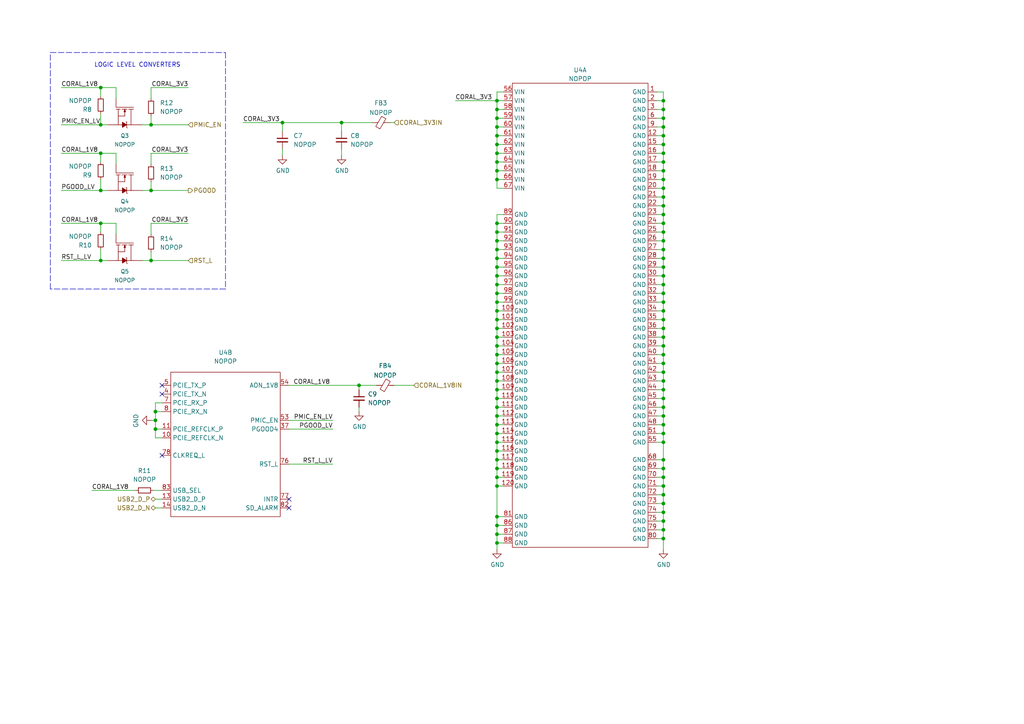
<source format=kicad_sch>
(kicad_sch (version 20211123) (generator eeschema)
  (paper "A4")
  (lib_symbols
    (symbol "Coral_Accelerator_Module_1"
      (property "Reference" "U1" (at -0.635 69.85 0))
      (property "Value" "Coral_Accelerator_Module_1" (at -0.635 67.31 0))
      (symbol "Coral_Accelerator_Module_1_1_1"
        (rectangle (start -20.32 66.04) (end 19.05 -68.58) (stroke (width 0.1524)))
        (pin power_in line (at 21.59 63.5 180) (length 2.54) (name "GND") (number "1"))
        (pin power_in line (at -22.86 0 0) (length 2.54) (name "GND") (number "100"))
        (pin power_in line (at -22.86 -2.54 0) (length 2.54) (name "GND") (number "101"))
        (pin power_in line (at -22.86 -5.08 0) (length 2.54) (name "GND") (number "102"))
        (pin power_in line (at -22.86 -7.62 0) (length 2.54) (name "GND") (number "103"))
        (pin power_in line (at -22.86 -10.16 0) (length 2.54) (name "GND") (number "104"))
        (pin power_in line (at -22.86 -12.7 0) (length 2.54) (name "GND") (number "105"))
        (pin power_in line (at -22.86 -15.24 0) (length 2.54) (name "GND") (number "106"))
        (pin power_in line (at -22.86 -17.78 0) (length 2.54) (name "GND") (number "107"))
        (pin power_in line (at -22.86 -20.32 0) (length 2.54) (name "GND") (number "108"))
        (pin power_in line (at -22.86 -22.86 0) (length 2.54) (name "GND") (number "109"))
        (pin power_in line (at -22.86 -25.4 0) (length 2.54) (name "GND") (number "110"))
        (pin power_in line (at -22.86 -27.94 0) (length 2.54) (name "GND") (number "111"))
        (pin power_in line (at -22.86 -30.48 0) (length 2.54) (name "GND") (number "112"))
        (pin power_in line (at -22.86 -33.02 0) (length 2.54) (name "GND") (number "113"))
        (pin power_in line (at -22.86 -35.56 0) (length 2.54) (name "GND") (number "114"))
        (pin power_in line (at -22.86 -38.1 0) (length 2.54) (name "GND") (number "115"))
        (pin power_in line (at -22.86 -40.64 0) (length 2.54) (name "GND") (number "116"))
        (pin power_in line (at -22.86 -43.18 0) (length 2.54) (name "GND") (number "117"))
        (pin power_in line (at -22.86 -45.72 0) (length 2.54) (name "GND") (number "118"))
        (pin power_in line (at -22.86 -48.26 0) (length 2.54) (name "GND") (number "119"))
        (pin power_in line (at 21.59 50.8 180) (length 2.54) (name "GND") (number "12"))
        (pin power_in line (at -22.86 -50.8 0) (length 2.54) (name "GND") (number "120"))
        (pin power_in line (at 21.59 48.26 180) (length 2.54) (name "GND") (number "15"))
        (pin power_in line (at 21.59 45.72 180) (length 2.54) (name "GND") (number "16"))
        (pin power_in line (at 21.59 43.18 180) (length 2.54) (name "GND") (number "17"))
        (pin power_in line (at 21.59 40.64 180) (length 2.54) (name "GND") (number "18"))
        (pin power_in line (at 21.59 38.1 180) (length 2.54) (name "GND") (number "19"))
        (pin power_in line (at 21.59 60.96 180) (length 2.54) (name "GND") (number "2"))
        (pin power_in line (at 21.59 35.56 180) (length 2.54) (name "GND") (number "20"))
        (pin power_in line (at 21.59 33.02 180) (length 2.54) (name "GND") (number "21"))
        (pin power_in line (at 21.59 30.48 180) (length 2.54) (name "GND") (number "22"))
        (pin power_in line (at 21.59 27.94 180) (length 2.54) (name "GND") (number "23"))
        (pin power_in line (at 21.59 25.4 180) (length 2.54) (name "GND") (number "24"))
        (pin power_in line (at 21.59 22.86 180) (length 2.54) (name "GND") (number "25"))
        (pin power_in line (at 21.59 20.32 180) (length 2.54) (name "GND") (number "26"))
        (pin power_in line (at 21.59 17.78 180) (length 2.54) (name "GND") (number "27"))
        (pin power_in line (at 21.59 15.24 180) (length 2.54) (name "GND") (number "28"))
        (pin power_in line (at 21.59 12.7 180) (length 2.54) (name "GND") (number "29"))
        (pin power_in line (at 21.59 58.42 180) (length 2.54) (name "GND") (number "3"))
        (pin power_in line (at 21.59 10.16 180) (length 2.54) (name "GND") (number "30"))
        (pin power_in line (at 21.59 7.62 180) (length 2.54) (name "GND") (number "31"))
        (pin power_in line (at 21.59 5.08 180) (length 2.54) (name "GND") (number "32"))
        (pin power_in line (at 21.59 2.54 180) (length 2.54) (name "GND") (number "33"))
        (pin power_in line (at 21.59 0 180) (length 2.54) (name "GND") (number "34"))
        (pin power_in line (at 21.59 -2.54 180) (length 2.54) (name "GND") (number "35"))
        (pin power_in line (at 21.59 -5.08 180) (length 2.54) (name "GND") (number "36"))
        (pin power_in line (at 21.59 -7.62 180) (length 2.54) (name "GND") (number "38"))
        (pin power_in line (at 21.59 -10.16 180) (length 2.54) (name "GND") (number "39"))
        (pin power_in line (at 21.59 -12.7 180) (length 2.54) (name "GND") (number "40"))
        (pin power_in line (at 21.59 -15.24 180) (length 2.54) (name "GND") (number "41"))
        (pin power_in line (at 21.59 -17.78 180) (length 2.54) (name "GND") (number "42"))
        (pin power_in line (at 21.59 -20.32 180) (length 2.54) (name "GND") (number "43"))
        (pin power_in line (at 21.59 -22.86 180) (length 2.54) (name "GND") (number "44"))
        (pin power_in line (at 21.59 -25.4 180) (length 2.54) (name "GND") (number "45"))
        (pin power_in line (at 21.59 -27.94 180) (length 2.54) (name "GND") (number "46"))
        (pin power_in line (at 21.59 -30.48 180) (length 2.54) (name "GND") (number "47"))
        (pin power_in line (at 21.59 -33.02 180) (length 2.54) (name "GND") (number "48"))
        (pin power_in line (at 21.59 -35.56 180) (length 2.54) (name "GND") (number "51"))
        (pin power_in line (at 21.59 -38.1 180) (length 2.54) (name "GND") (number "55"))
        (pin power_in line (at -22.86 63.5 0) (length 2.54) (name "VIN") (number "56"))
        (pin power_in line (at -22.86 60.96 0) (length 2.54) (name "VIN") (number "57"))
        (pin power_in line (at -22.86 58.42 0) (length 2.54) (name "VIN") (number "58"))
        (pin power_in line (at -22.86 55.88 0) (length 2.54) (name "VIN") (number "59"))
        (pin power_in line (at 21.59 55.88 180) (length 2.54) (name "GND") (number "6"))
        (pin power_in line (at -22.86 53.34 0) (length 2.54) (name "VIN") (number "60"))
        (pin power_in line (at -22.86 50.8 0) (length 2.54) (name "VIN") (number "61"))
        (pin power_in line (at -22.86 48.26 0) (length 2.54) (name "VIN") (number "62"))
        (pin power_in line (at -22.86 45.72 0) (length 2.54) (name "VIN") (number "63"))
        (pin power_in line (at -22.86 43.18 0) (length 2.54) (name "VIN") (number "64"))
        (pin power_in line (at -22.86 40.64 0) (length 2.54) (name "VIN") (number "65"))
        (pin power_in line (at -22.86 38.1 0) (length 2.54) (name "VIN") (number "66"))
        (pin power_in line (at -22.86 35.56 0) (length 2.54) (name "VIN") (number "67"))
        (pin power_in line (at 21.59 -43.18 180) (length 2.54) (name "GND") (number "68"))
        (pin power_in line (at 21.59 -45.72 180) (length 2.54) (name "GND") (number "69"))
        (pin power_in line (at 21.59 -48.26 180) (length 2.54) (name "GND") (number "70"))
        (pin power_in line (at 21.59 -50.8 180) (length 2.54) (name "GND") (number "71"))
        (pin power_in line (at 21.59 -53.34 180) (length 2.54) (name "GND") (number "72"))
        (pin power_in line (at 21.59 -55.88 180) (length 2.54) (name "GND") (number "73"))
        (pin power_in line (at 21.59 -58.42 180) (length 2.54) (name "GND") (number "74"))
        (pin power_in line (at 21.59 -60.96 180) (length 2.54) (name "GND") (number "75"))
        (pin power_in line (at 21.59 -63.5 180) (length 2.54) (name "GND") (number "79"))
        (pin power_in line (at 21.59 -66.04 180) (length 2.54) (name "GND") (number "80"))
        (pin power_in line (at -22.86 -59.69 0) (length 2.54) (name "GND") (number "81"))
        (pin power_in line (at -22.86 -62.23 0) (length 2.54) (name "GND") (number "86"))
        (pin power_in line (at -22.86 -64.77 0) (length 2.54) (name "GND") (number "87"))
        (pin power_in line (at -22.86 -67.31 0) (length 2.54) (name "GND") (number "88"))
        (pin power_in line (at -22.86 27.94 0) (length 2.54) (name "GND") (number "89"))
        (pin power_in line (at 21.59 53.34 180) (length 2.54) (name "GND") (number "9"))
        (pin power_in line (at -22.86 25.4 0) (length 2.54) (name "GND") (number "90"))
        (pin power_in line (at -22.86 22.86 0) (length 2.54) (name "GND") (number "91"))
        (pin power_in line (at -22.86 20.32 0) (length 2.54) (name "GND") (number "92"))
        (pin power_in line (at -22.86 17.78 0) (length 2.54) (name "GND") (number "93"))
        (pin power_in line (at -22.86 15.24 0) (length 2.54) (name "GND") (number "94"))
        (pin power_in line (at -22.86 12.7 0) (length 2.54) (name "GND") (number "95"))
        (pin power_in line (at -22.86 10.16 0) (length 2.54) (name "GND") (number "96"))
        (pin power_in line (at -22.86 7.62 0) (length 2.54) (name "GND") (number "97"))
        (pin power_in line (at -22.86 5.08 0) (length 2.54) (name "GND") (number "98"))
        (pin power_in line (at -22.86 2.54 0) (length 2.54) (name "GND") (number "99"))
      )
      (symbol "Coral_Accelerator_Module_1_2_1"
        (rectangle (start -16.51 21.59) (end 15.24 -20.32) (stroke (width 0.1524)))
        (pin input line (at -19.05 2.54 0) (length 2.54) (name "PCIE_REFCLK_N") (number "10"))
        (pin input line (at -19.05 5.08 0) (length 2.54) (name "PCIE_REFCLK_P") (number "11"))
        (pin bidirectional line (at -19.05 -15.24 0) (length 2.54) (name "USB2_D_P") (number "13"))
        (pin bidirectional line (at -19.05 -17.78 0) (length 2.54) (name "USB2_D_N") (number "14"))
        (pin output line (at 17.78 5.08 180) (length 2.54) (name "PGOOD4") (number "37"))
        (pin output line (at -19.05 15.24 0) (length 2.54) (name "PCIE_TX_N") (number "4"))
        (pin output line (at -19.05 17.78 0) (length 2.54) (name "PCIE_TX_P") (number "5"))
        (pin input line (at 17.78 7.62 180) (length 2.54) (name "PMIC_EN") (number "53"))
        (pin power_in line (at 17.78 17.78 180) (length 2.54) (name "AON_1V8") (number "54"))
        (pin input line (at -19.05 12.7 0) (length 2.54) (name "PCIE_RX_P") (number "7"))
        (pin input line (at 17.78 -5.08 180) (length 2.54) (name "RST_L") (number "76"))
        (pin output line (at 17.78 -15.24 180) (length 2.54) (name "INTR") (number "77"))
        (pin input line (at -19.05 -2.54 0) (length 2.54) (name "CLKREQ_L") (number "78"))
        (pin input line (at -19.05 10.16 0) (length 2.54) (name "PCIE_RX_N") (number "8"))
        (pin output line (at 17.78 -17.78 180) (length 2.54) (name "SD_ALARM") (number "82"))
        (pin input line (at -19.05 -12.7 0) (length 2.54) (name "USB_SEL") (number "83"))
      )
    )
    (symbol "Device:FerriteBead_Small" (pin_numbers hide) (pin_names (offset 0))
      (property "Reference" "FB" (at 1.905 1.27 0))
      (property "Value" "FerriteBead_Small" (at 1.905 -1.27 0))
      (symbol "FerriteBead_Small_0_1"
        (polyline (pts (xy 0 -1.27) (xy 0 -0.7874)))
        (polyline (pts (xy 0 0.889) (xy 0 1.2954)))
        (polyline (pts (xy -1.8288 0.2794) (xy -1.1176 1.4986) (xy 1.8288 -0.2032) (xy 1.1176 -1.4224) (xy -1.8288 0.2794)))
      )
      (symbol "FerriteBead_Small_1_1"
        (pin passive line (at 0 2.54 270) (length 1.27) (name "~") (number "1"))
        (pin passive line (at 0 -2.54 90) (length 1.27) (name "~") (number "2"))
      )
    )
    (symbol "Device:R_Small" (pin_numbers hide) (pin_names (offset 0.254) hide)
      (property "Reference" "R" (at 0.762 0.508 0))
      (property "Value" "R_Small" (at 0.762 -1.016 0))
      (symbol "R_Small_0_1"
        (rectangle (start -0.762 1.778) (end 0.762 -1.778) (stroke (width 0.2032)))
      )
      (symbol "R_Small_1_1"
        (pin passive line (at 0 2.54 270) (length 0.762) (name "~") (number "1"))
        (pin passive line (at 0 -2.54 90) (length 0.762) (name "~") (number "2"))
      )
    )
    (symbol "GoogleCoral:Coral_Accelerator_Module"
      (property "Reference" "U" (at 0 -5.08 0))
      (property "Value" "Coral_Accelerator_Module" (at 0 -7.62 0))
      (symbol "Coral_Accelerator_Module_1_1"
        (rectangle (start -20.32 64.77) (end 19.05 -69.85) (stroke (width 0.1524)))
        (pin power_in line (at 21.59 63.5 180) (length 2.54) (name "GND") (number "1"))
        (pin power_in line (at -22.86 0 0) (length 2.54) (name "GND") (number "100"))
        (pin power_in line (at -22.86 -2.54 0) (length 2.54) (name "GND") (number "101"))
        (pin power_in line (at -22.86 -5.08 0) (length 2.54) (name "GND") (number "102"))
        (pin power_in line (at -22.86 -7.62 0) (length 2.54) (name "GND") (number "103"))
        (pin power_in line (at -22.86 -10.16 0) (length 2.54) (name "GND") (number "104"))
        (pin power_in line (at -22.86 -12.7 0) (length 2.54) (name "GND") (number "105"))
        (pin power_in line (at -22.86 -15.24 0) (length 2.54) (name "GND") (number "106"))
        (pin power_in line (at -22.86 -17.78 0) (length 2.54) (name "GND") (number "107"))
        (pin power_in line (at -22.86 -20.32 0) (length 2.54) (name "GND") (number "108"))
        (pin power_in line (at -22.86 -22.86 0) (length 2.54) (name "GND") (number "109"))
        (pin power_in line (at -22.86 -25.4 0) (length 2.54) (name "GND") (number "110"))
        (pin power_in line (at -22.86 -27.94 0) (length 2.54) (name "GND") (number "111"))
        (pin power_in line (at -22.86 -30.48 0) (length 2.54) (name "GND") (number "112"))
        (pin power_in line (at -22.86 -33.02 0) (length 2.54) (name "GND") (number "113"))
        (pin power_in line (at -22.86 -35.56 0) (length 2.54) (name "GND") (number "114"))
        (pin power_in line (at -22.86 -38.1 0) (length 2.54) (name "GND") (number "115"))
        (pin power_in line (at -22.86 -40.64 0) (length 2.54) (name "GND") (number "116"))
        (pin power_in line (at -22.86 -43.18 0) (length 2.54) (name "GND") (number "117"))
        (pin power_in line (at -22.86 -45.72 0) (length 2.54) (name "GND") (number "118"))
        (pin power_in line (at -22.86 -48.26 0) (length 2.54) (name "GND") (number "119"))
        (pin power_in line (at 21.59 50.8 180) (length 2.54) (name "GND") (number "12"))
        (pin power_in line (at -22.86 -50.8 0) (length 2.54) (name "GND") (number "120"))
        (pin power_in line (at 21.59 48.26 180) (length 2.54) (name "GND") (number "15"))
        (pin power_in line (at 21.59 45.72 180) (length 2.54) (name "GND") (number "16"))
        (pin power_in line (at 21.59 43.18 180) (length 2.54) (name "GND") (number "17"))
        (pin power_in line (at 21.59 40.64 180) (length 2.54) (name "GND") (number "18"))
        (pin power_in line (at 21.59 38.1 180) (length 2.54) (name "GND") (number "19"))
        (pin power_in line (at 21.59 60.96 180) (length 2.54) (name "GND") (number "2"))
        (pin power_in line (at 21.59 35.56 180) (length 2.54) (name "GND") (number "20"))
        (pin power_in line (at 21.59 33.02 180) (length 2.54) (name "GND") (number "21"))
        (pin power_in line (at 21.59 30.48 180) (length 2.54) (name "GND") (number "22"))
        (pin power_in line (at 21.59 27.94 180) (length 2.54) (name "GND") (number "23"))
        (pin power_in line (at 21.59 25.4 180) (length 2.54) (name "GND") (number "24"))
        (pin power_in line (at 21.59 22.86 180) (length 2.54) (name "GND") (number "25"))
        (pin power_in line (at 21.59 20.32 180) (length 2.54) (name "GND") (number "26"))
        (pin power_in line (at 21.59 17.78 180) (length 2.54) (name "GND") (number "27"))
        (pin power_in line (at 21.59 15.24 180) (length 2.54) (name "GND") (number "28"))
        (pin power_in line (at 21.59 12.7 180) (length 2.54) (name "GND") (number "29"))
        (pin power_in line (at 21.59 58.42 180) (length 2.54) (name "GND") (number "3"))
        (pin power_in line (at 21.59 10.16 180) (length 2.54) (name "GND") (number "30"))
        (pin power_in line (at 21.59 7.62 180) (length 2.54) (name "GND") (number "31"))
        (pin power_in line (at 21.59 5.08 180) (length 2.54) (name "GND") (number "32"))
        (pin power_in line (at 21.59 2.54 180) (length 2.54) (name "GND") (number "33"))
        (pin power_in line (at 21.59 0 180) (length 2.54) (name "GND") (number "34"))
        (pin power_in line (at 21.59 -2.54 180) (length 2.54) (name "GND") (number "35"))
        (pin power_in line (at 21.59 -5.08 180) (length 2.54) (name "GND") (number "36"))
        (pin power_in line (at 21.59 -7.62 180) (length 2.54) (name "GND") (number "38"))
        (pin power_in line (at 21.59 -10.16 180) (length 2.54) (name "GND") (number "39"))
        (pin power_in line (at 21.59 -12.7 180) (length 2.54) (name "GND") (number "40"))
        (pin power_in line (at 21.59 -15.24 180) (length 2.54) (name "GND") (number "41"))
        (pin power_in line (at 21.59 -17.78 180) (length 2.54) (name "GND") (number "42"))
        (pin power_in line (at 21.59 -20.32 180) (length 2.54) (name "GND") (number "43"))
        (pin power_in line (at 21.59 -22.86 180) (length 2.54) (name "GND") (number "44"))
        (pin power_in line (at 21.59 -25.4 180) (length 2.54) (name "GND") (number "45"))
        (pin power_in line (at 21.59 -27.94 180) (length 2.54) (name "GND") (number "46"))
        (pin power_in line (at 21.59 -30.48 180) (length 2.54) (name "GND") (number "47"))
        (pin power_in line (at 21.59 -33.02 180) (length 2.54) (name "GND") (number "48"))
        (pin power_in line (at 21.59 -35.56 180) (length 2.54) (name "GND") (number "51"))
        (pin power_in line (at 21.59 -38.1 180) (length 2.54) (name "GND") (number "55"))
        (pin power_in line (at -22.86 60.96 0) (length 2.54) (name "VIN") (number "57"))
        (pin power_in line (at -22.86 58.42 0) (length 2.54) (name "VIN") (number "58"))
        (pin power_in line (at -22.86 55.88 0) (length 2.54) (name "VIN") (number "59"))
        (pin power_in line (at 21.59 55.88 180) (length 2.54) (name "GND") (number "6"))
        (pin power_in line (at -22.86 53.34 0) (length 2.54) (name "VIN") (number "60"))
        (pin power_in line (at -22.86 50.8 0) (length 2.54) (name "VIN") (number "61"))
        (pin power_in line (at -22.86 48.26 0) (length 2.54) (name "VIN") (number "62"))
        (pin power_in line (at -22.86 45.72 0) (length 2.54) (name "VIN") (number "63"))
        (pin power_in line (at -22.86 43.18 0) (length 2.54) (name "VIN") (number "64"))
        (pin power_in line (at -22.86 40.64 0) (length 2.54) (name "VIN") (number "65"))
        (pin power_in line (at -22.86 38.1 0) (length 2.54) (name "VIN") (number "66"))
        (pin power_in line (at -22.86 35.56 0) (length 2.54) (name "VIN") (number "67"))
        (pin power_in line (at 21.59 -43.18 180) (length 2.54) (name "GND") (number "68"))
        (pin power_in line (at 21.59 -45.72 180) (length 2.54) (name "GND") (number "69"))
        (pin power_in line (at 21.59 -48.26 180) (length 2.54) (name "GND") (number "70"))
        (pin power_in line (at 21.59 -50.8 180) (length 2.54) (name "GND") (number "71"))
        (pin power_in line (at 21.59 -53.34 180) (length 2.54) (name "GND") (number "72"))
        (pin power_in line (at 21.59 -55.88 180) (length 2.54) (name "GND") (number "73"))
        (pin power_in line (at 21.59 -58.42 180) (length 2.54) (name "GND") (number "74"))
        (pin power_in line (at 21.59 -60.96 180) (length 2.54) (name "GND") (number "75"))
        (pin power_in line (at 21.59 -63.5 180) (length 2.54) (name "GND") (number "79"))
        (pin power_in line (at 21.59 -66.04 180) (length 2.54) (name "GND") (number "80"))
        (pin power_in line (at -22.86 -59.69 0) (length 2.54) (name "GND") (number "81"))
        (pin power_in line (at -22.86 -62.23 0) (length 2.54) (name "GND") (number "86"))
        (pin power_in line (at -22.86 -64.77 0) (length 2.54) (name "GND") (number "87"))
        (pin power_in line (at -22.86 -67.31 0) (length 2.54) (name "GND") (number "88"))
        (pin power_in line (at -22.86 27.94 0) (length 2.54) (name "GND") (number "89"))
        (pin power_in line (at 21.59 53.34 180) (length 2.54) (name "GND") (number "9"))
        (pin power_in line (at -22.86 25.4 0) (length 2.54) (name "GND") (number "90"))
        (pin power_in line (at -22.86 22.86 0) (length 2.54) (name "GND") (number "91"))
        (pin power_in line (at -22.86 20.32 0) (length 2.54) (name "GND") (number "92"))
        (pin power_in line (at -22.86 17.78 0) (length 2.54) (name "GND") (number "93"))
        (pin power_in line (at -22.86 15.24 0) (length 2.54) (name "GND") (number "94"))
        (pin power_in line (at -22.86 12.7 0) (length 2.54) (name "GND") (number "95"))
        (pin power_in line (at -22.86 10.16 0) (length 2.54) (name "GND") (number "96"))
        (pin power_in line (at -22.86 7.62 0) (length 2.54) (name "GND") (number "97"))
        (pin power_in line (at -22.86 5.08 0) (length 2.54) (name "GND") (number "98"))
        (pin power_in line (at -22.86 2.54 0) (length 2.54) (name "GND") (number "99"))
      )
      (symbol "Coral_Accelerator_Module_2_1"
        (rectangle (start -16.51 21.59) (end 15.24 -20.32) (stroke (width 0.1524)))
        (pin input line (at -19.05 2.54 0) (length 2.54) (name "PCIE_REFCLK_N") (number "10"))
        (pin input line (at -19.05 5.08 0) (length 2.54) (name "PCIE_REFCLK_P") (number "11"))
        (pin bidirectional line (at -19.05 -15.24 0) (length 2.54) (name "USB2_D_P") (number "13"))
        (pin bidirectional line (at -19.05 -17.78 0) (length 2.54) (name "USB2_D_N") (number "14"))
        (pin output line (at 17.78 5.08 180) (length 2.54) (name "PGOOD4") (number "37"))
        (pin output line (at -19.05 15.24 0) (length 2.54) (name "PCIE_TX_N") (number "4"))
        (pin output line (at -19.05 17.78 0) (length 2.54) (name "PCIE_TX_P") (number "5"))
        (pin input line (at 17.78 7.62 180) (length 2.54) (name "PMIC_EN") (number "53"))
        (pin power_in line (at 17.78 17.78 180) (length 2.54) (name "AON_1V8") (number "54"))
        (pin input line (at -19.05 12.7 0) (length 2.54) (name "PCIE_RX_P") (number "7"))
        (pin input line (at 17.78 -5.08 180) (length 2.54) (name "RST_L") (number "76"))
        (pin output line (at 17.78 -15.24 180) (length 2.54) (name "INTR") (number "77"))
        (pin input line (at -19.05 -2.54 0) (length 2.54) (name "CLKREQ_L") (number "78"))
        (pin input line (at -19.05 10.16 0) (length 2.54) (name "PCIE_RX_N") (number "8"))
        (pin output line (at 17.78 -17.78 180) (length 2.54) (name "SD_ALARM") (number "82"))
        (pin input line (at -19.05 -12.7 0) (length 2.54) (name "USB_SEL") (number "83"))
      )
    )
    (symbol "SparkFun-DiscreteSemi:MOSFET-NCH-BSS138" (pin_numbers hide) (pin_names (offset 1.016) hide)
      (property "Reference" "Q" (at 3.81 3.81 0))
      (property "Value" "MOSFET-NCH-BSS138" (at 3.81 -5.08 0))
      (property "Field4" "TRANS-00830" (at 0 7.62 0))
      (symbol "MOSFET-NCH-BSS138_1_0"
        (polyline (pts (xy -2.54 -2.54) (xy -2.54 2.54)))
        (polyline (pts (xy -1.9812 -1.905) (xy -1.9812 -2.54)))
        (polyline (pts (xy -1.9812 -1.905) (xy 0 -1.905)))
        (polyline (pts (xy -1.9812 -1.2954) (xy -1.9812 -1.905)))
        (polyline (pts (xy -1.9812 0.6858) (xy -1.9812 -0.8382)))
        (polyline (pts (xy -1.9812 1.8034) (xy -1.9812 1.0922)))
        (polyline (pts (xy -1.9812 1.8034) (xy 2.54 1.8034)))
        (polyline (pts (xy -1.9812 2.54) (xy -1.9812 1.8034)))
        (polyline (pts (xy 0 -1.905) (xy 0 0)))
        (polyline (pts (xy 0 0) (xy -1.2192 0)))
        (polyline (pts (xy 1.6002 0.381) (xy 1.778 0.5588)))
        (polyline (pts (xy 2.54 -2.54) (xy 2.54 -1.905)))
        (polyline (pts (xy 2.54 -1.905) (xy 0 -1.905)))
        (polyline (pts (xy 2.54 -0.7112) (xy 2.54 -1.905)))
        (polyline (pts (xy 2.54 0.5588) (xy 1.778 0.5588)))
        (polyline (pts (xy 2.54 0.5588) (xy 3.302 0.5588)))
        (polyline (pts (xy 2.54 1.8034) (xy 2.54 0.5588)))
        (polyline (pts (xy 2.54 2.54) (xy 2.54 1.8034)))
        (polyline (pts (xy 3.302 0.5588) (xy 3.4798 0.7366)))
      )
      (symbol "MOSFET-NCH-BSS138_1_1"
        (polyline (pts (xy -1.9812 0) (xy -1.2192 0.254) (xy -1.2192 0.254) (xy -1.2192 -0.254) (xy -1.2192 -0.254) (xy -1.9812 0)) (fill (type outline)))
        (polyline (pts (xy 1.778 -0.7112) (xy 2.54 0.5588) (xy 2.54 0.5588) (xy 3.302 -0.7112) (xy 3.302 -0.7112) (xy 1.778 -0.7112)) (fill (type outline)))
        (pin bidirectional line (at -5.08 -2.54 0) (length 2.54) (name "G") (number "1"))
        (pin bidirectional line (at 2.54 -5.08 90) (length 2.54) (name "S") (number "2"))
        (pin bidirectional line (at 2.54 5.08 270) (length 2.54) (name "D") (number "3"))
      )
    )
    (symbol "device:C_Small" (pin_numbers hide) (pin_names (offset 0.254) hide)
      (property "Reference" "C" (at 0.254 1.778 0))
      (property "Value" "C_Small" (at 0.254 -2.032 0))
      (symbol "C_Small_0_1"
        (polyline (pts (xy -1.524 -0.508) (xy 1.524 -0.508)) (stroke (width 0.3302)))
        (polyline (pts (xy -1.524 0.508) (xy 1.524 0.508)) (stroke (width 0.3048)))
      )
      (symbol "C_Small_1_1"
        (pin passive line (at 0 2.54 270) (length 2.032) (name "~") (number "1"))
        (pin passive line (at 0 -2.54 90) (length 2.032) (name "~") (number "2"))
      )
    )
    (symbol "device:R_Small" (pin_numbers hide) (pin_names (offset 0.254) hide)
      (property "Reference" "R" (at 0.762 0.508 0))
      (property "Value" "R_Small" (at 0.762 -1.016 0))
      (symbol "R_Small_0_1"
        (rectangle (start -0.762 1.778) (end 0.762 -1.778) (stroke (width 0.2032)))
      )
      (symbol "R_Small_1_1"
        (pin passive line (at 0 2.54 270) (length 0.762) (name "~") (number "1"))
        (pin passive line (at 0 -2.54 90) (length 0.762) (name "~") (number "2"))
      )
    )
    (symbol "power:GND" (power) (pin_names (offset 0))
      (property "Value" "GND" (at 0 -3.81 0))
      (symbol "GND_0_1"
        (polyline (pts (xy 0 0) (xy 0 -1.27) (xy 1.27 -1.27) (xy 0 -2.54) (xy -1.27 -1.27) (xy 0 -1.27)))
      )
      (symbol "GND_1_1"
        (pin power_in line (at 0 0 270) (length 0) hide (name "GND") (number "1"))
      )
    )
  )
  (junction (at 29.21 64.77) (diameter 0.9144))
  (junction (at 192.405 69.85) (diameter 0.9144))
  (junction (at 192.405 54.61) (diameter 0.9144))
  (junction (at 192.405 146.05) (diameter 0.9144))
  (junction (at 104.14 111.76))
  (junction (at 192.405 64.77) (diameter 0.9144))
  (junction (at 192.405 36.83) (diameter 0.9144))
  (junction (at 144.145 97.79) (diameter 0.9144))
  (junction (at 144.145 36.83) (diameter 0.9144))
  (junction (at 192.405 115.57) (diameter 0.9144))
  (junction (at 192.405 102.87) (diameter 0.9144))
  (junction (at 144.145 34.29) (diameter 0.9144))
  (junction (at 45.085 119.38) (diameter 0.9144))
  (junction (at 144.145 90.17) (diameter 0.9144))
  (junction (at 192.405 31.75) (diameter 0.9144))
  (junction (at 43.815 55.245) (diameter 0.9144))
  (junction (at 192.405 29.21) (diameter 0.9144))
  (junction (at 144.145 74.93) (diameter 0.9144))
  (junction (at 192.405 39.37) (diameter 0.9144))
  (junction (at 192.405 153.67) (diameter 0.9144))
  (junction (at 45.085 124.46) (diameter 0.9144))
  (junction (at 29.21 25.4) (diameter 0.9144))
  (junction (at 192.405 100.33) (diameter 0.9144))
  (junction (at 144.145 125.73) (diameter 0.9144))
  (junction (at 144.145 80.01) (diameter 0.9144))
  (junction (at 192.405 77.47) (diameter 0.9144))
  (junction (at 192.405 49.53) (diameter 0.9144))
  (junction (at 144.145 102.87) (diameter 0.9144))
  (junction (at 144.145 130.81) (diameter 0.9144))
  (junction (at 144.145 72.39) (diameter 0.9144))
  (junction (at 192.405 133.35) (diameter 0.9144))
  (junction (at 144.145 110.49) (diameter 0.9144))
  (junction (at 144.145 115.57) (diameter 0.9144))
  (junction (at 192.405 34.29) (diameter 0.9144))
  (junction (at 144.145 87.63) (diameter 0.9144))
  (junction (at 81.915 35.56))
  (junction (at 144.145 138.43) (diameter 0.9144))
  (junction (at 144.145 100.33) (diameter 0.9144))
  (junction (at 144.145 152.4) (diameter 0.9144))
  (junction (at 192.405 90.17) (diameter 0.9144))
  (junction (at 192.405 135.89) (diameter 0.9144))
  (junction (at 144.145 128.27) (diameter 0.9144))
  (junction (at 144.145 157.48) (diameter 0.9144))
  (junction (at 144.145 92.71) (diameter 0.9144))
  (junction (at 192.405 85.09) (diameter 0.9144))
  (junction (at 144.145 44.45) (diameter 0.9144))
  (junction (at 29.21 55.245) (diameter 0.9144))
  (junction (at 144.145 64.77) (diameter 0.9144))
  (junction (at 192.405 97.79) (diameter 0.9144))
  (junction (at 192.405 57.15) (diameter 0.9144))
  (junction (at 144.145 149.86) (diameter 0.9144))
  (junction (at 144.145 135.89) (diameter 0.9144))
  (junction (at 29.21 44.45) (diameter 0.9144))
  (junction (at 192.405 118.11) (diameter 0.9144))
  (junction (at 192.405 140.97) (diameter 0.9144))
  (junction (at 192.405 107.95) (diameter 0.9144))
  (junction (at 144.145 95.25) (diameter 0.9144))
  (junction (at 192.405 113.03) (diameter 0.9144))
  (junction (at 144.145 67.31) (diameter 0.9144))
  (junction (at 192.405 92.71) (diameter 0.9144))
  (junction (at 99.06 35.56))
  (junction (at 192.405 44.45) (diameter 0.9144))
  (junction (at 192.405 120.65) (diameter 0.9144))
  (junction (at 192.405 80.01) (diameter 0.9144))
  (junction (at 192.405 46.99) (diameter 0.9144))
  (junction (at 144.145 49.53) (diameter 0.9144))
  (junction (at 192.405 156.21) (diameter 0.9144))
  (junction (at 144.145 52.07) (diameter 0.9144))
  (junction (at 144.145 123.19) (diameter 0.9144))
  (junction (at 192.405 87.63) (diameter 0.9144))
  (junction (at 192.405 138.43) (diameter 0.9144))
  (junction (at 43.815 36.195) (diameter 0.9144))
  (junction (at 144.145 118.11) (diameter 0.9144))
  (junction (at 43.815 75.565) (diameter 0.9144))
  (junction (at 192.405 151.13) (diameter 0.9144))
  (junction (at 192.405 41.91) (diameter 0.9144))
  (junction (at 144.145 77.47) (diameter 0.9144))
  (junction (at 192.405 128.27) (diameter 0.9144))
  (junction (at 192.405 82.55) (diameter 0.9144))
  (junction (at 144.145 107.95) (diameter 0.9144))
  (junction (at 144.145 85.09) (diameter 0.9144))
  (junction (at 45.085 121.92) (diameter 0.9144))
  (junction (at 192.405 74.93) (diameter 0.9144))
  (junction (at 192.405 62.23) (diameter 0.9144))
  (junction (at 192.405 123.19) (diameter 0.9144))
  (junction (at 144.145 41.91) (diameter 0.9144))
  (junction (at 192.405 67.31) (diameter 0.9144))
  (junction (at 192.405 59.69) (diameter 0.9144))
  (junction (at 192.405 125.73) (diameter 0.9144))
  (junction (at 192.405 95.25) (diameter 0.9144))
  (junction (at 144.145 29.21) (diameter 0.9144))
  (junction (at 192.405 148.59) (diameter 0.9144))
  (junction (at 192.405 72.39) (diameter 0.9144))
  (junction (at 144.145 46.99) (diameter 0.9144))
  (junction (at 29.21 75.565) (diameter 0.9144))
  (junction (at 144.145 133.35) (diameter 0.9144))
  (junction (at 144.145 69.85) (diameter 0.9144))
  (junction (at 29.21 36.195) (diameter 0.9144))
  (junction (at 144.145 39.37) (diameter 0.9144))
  (junction (at 192.405 143.51) (diameter 0.9144))
  (junction (at 192.405 105.41) (diameter 0.9144))
  (junction (at 144.145 120.65) (diameter 0.9144))
  (junction (at 192.405 52.07) (diameter 0.9144))
  (junction (at 144.145 140.97) (diameter 0.9144))
  (junction (at 144.145 154.94) (diameter 0.9144))
  (junction (at 144.145 105.41) (diameter 0.9144))
  (junction (at 144.145 82.55) (diameter 0.9144))
  (junction (at 192.405 110.49) (diameter 0.9144))
  (junction (at 144.145 113.03) (diameter 0.9144))
  (junction (at 144.145 31.75) (diameter 0.9144))
  (no_connect (at 46.99 114.3))
  (no_connect (at 46.99 111.76))
  (no_connect (at 46.99 132.08))
  (no_connect (at 83.82 147.32))
  (no_connect (at 83.82 144.78))
  (wire (pts (xy 144.145 67.31) (xy 144.145 64.77)))
  (wire (pts (xy 144.145 69.85) (xy 144.145 67.31)))
  (wire (pts (xy 144.145 64.77) (xy 144.145 62.23)))
  (wire (pts (xy 144.145 62.23) (xy 146.05 62.23)))
  (wire (pts (xy 43.815 55.245) (xy 54.61 55.245)))
  (wire (pts (xy 29.21 55.245) (xy 29.21 52.07)))
  (wire (pts (xy 104.14 118.11) (xy 104.14 119.38)))
  (wire (pts (xy 190.5 95.25) (xy 192.405 95.25)))
  (wire (pts (xy 190.5 69.85) (xy 192.405 69.85)))
  (wire (pts (xy 31.115 75.565) (xy 29.21 75.565)))
  (wire (pts (xy 190.5 52.07) (xy 192.405 52.07)))
  (wire (pts (xy 190.5 62.23) (xy 192.405 62.23)))
  (wire (pts (xy 190.5 67.31) (xy 192.405 67.31)))
  (wire (pts (xy 99.06 43.18) (xy 99.06 45.085)))
  (wire (pts (xy 17.78 44.45) (xy 29.21 44.45)))
  (wire (pts (xy 190.5 41.91) (xy 192.405 41.91)))
  (wire (pts (xy 144.145 113.03) (xy 146.05 113.03)))
  (wire (pts (xy 43.815 75.565) (xy 54.61 75.565)))
  (wire (pts (xy 99.06 35.56) (xy 99.06 38.1)))
  (wire (pts (xy 190.5 140.97) (xy 192.405 140.97)))
  (wire (pts (xy 144.145 118.11) (xy 146.05 118.11)))
  (wire (pts (xy 113.03 35.56) (xy 114.3 35.56)))
  (wire (pts (xy 190.5 100.33) (xy 192.405 100.33)))
  (wire (pts (xy 45.085 124.46) (xy 45.085 127)))
  (wire (pts (xy 45.085 121.92) (xy 45.085 124.46)))
  (wire (pts (xy 45.085 116.84) (xy 45.085 119.38)))
  (wire (pts (xy 46.99 116.84) (xy 45.085 116.84)))
  (wire (pts (xy 45.085 119.38) (xy 45.085 121.92)))
  (wire (pts (xy 45.085 127) (xy 46.99 127)))
  (wire (pts (xy 190.5 34.29) (xy 192.405 34.29)))
  (wire (pts (xy 190.5 148.59) (xy 192.405 148.59)))
  (wire (pts (xy 29.21 64.77) (xy 29.21 67.31)))
  (wire (pts (xy 17.78 64.77) (xy 29.21 64.77)))
  (wire (pts (xy 190.5 59.69) (xy 192.405 59.69)))
  (wire (pts (xy 190.5 123.19) (xy 192.405 123.19)))
  (wire (pts (xy 190.5 90.17) (xy 192.405 90.17)))
  (wire (pts (xy 46.99 142.24) (xy 44.45 142.24)))
  (wire (pts (xy 144.145 52.07) (xy 144.145 49.53)))
  (wire (pts (xy 146.05 54.61) (xy 144.145 54.61)))
  (wire (pts (xy 144.145 54.61) (xy 144.145 52.07)))
  (wire (pts (xy 144.145 34.29) (xy 144.145 31.75)))
  (wire (pts (xy 144.145 39.37) (xy 144.145 36.83)))
  (wire (pts (xy 144.145 29.21) (xy 146.05 29.21)))
  (wire (pts (xy 144.145 31.75) (xy 144.145 29.21)))
  (wire (pts (xy 144.145 46.99) (xy 144.145 44.45)))
  (wire (pts (xy 144.145 49.53) (xy 144.145 46.99)))
  (wire (pts (xy 144.145 41.91) (xy 144.145 39.37)))
  (wire (pts (xy 144.145 44.45) (xy 144.145 41.91)))
  (wire (pts (xy 144.145 36.83) (xy 144.145 34.29)))
  (wire (pts (xy 190.5 120.65) (xy 192.405 120.65)))
  (wire (pts (xy 144.145 152.4) (xy 146.05 152.4)))
  (wire (pts (xy 190.5 135.89) (xy 192.405 135.89)))
  (wire (pts (xy 104.14 111.76) (xy 104.14 113.03)))
  (wire (pts (xy 83.82 111.76) (xy 104.14 111.76)))
  (wire (pts (xy 144.145 69.85) (xy 146.05 69.85)))
  (wire (pts (xy 144.145 41.91) (xy 146.05 41.91)))
  (wire (pts (xy 26.67 142.24) (xy 39.37 142.24)))
  (wire (pts (xy 132.08 29.21) (xy 144.145 29.21)))
  (wire (pts (xy 45.085 119.38) (xy 46.99 119.38)))
  (wire (pts (xy 190.5 29.21) (xy 192.405 29.21)))
  (wire (pts (xy 144.145 130.81) (xy 146.05 130.81)))
  (wire (pts (xy 144.145 92.71) (xy 146.05 92.71)))
  (wire (pts (xy 190.5 118.11) (xy 192.405 118.11)))
  (wire (pts (xy 190.5 57.15) (xy 192.405 57.15)))
  (wire (pts (xy 190.5 77.47) (xy 192.405 77.47)))
  (wire (pts (xy 144.145 110.49) (xy 146.05 110.49)))
  (wire (pts (xy 43.815 36.195) (xy 43.815 33.655)))
  (wire (pts (xy 41.275 36.195) (xy 43.815 36.195)))
  (wire (pts (xy 43.815 55.245) (xy 43.815 52.705)))
  (wire (pts (xy 41.275 55.245) (xy 43.815 55.245)))
  (wire (pts (xy 190.5 133.35) (xy 192.405 133.35)))
  (wire (pts (xy 190.5 64.77) (xy 192.405 64.77)))
  (wire (pts (xy 190.5 46.99) (xy 192.405 46.99)))
  (wire (pts (xy 29.21 75.565) (xy 29.21 72.39)))
  (wire (pts (xy 190.5 44.45) (xy 192.405 44.45)))
  (wire (pts (xy 146.05 26.67) (xy 144.145 26.67)))
  (wire (pts (xy 144.145 26.67) (xy 144.145 29.21)))
  (wire (pts (xy 33.655 25.4) (xy 29.21 25.4)))
  (wire (pts (xy 33.655 28.575) (xy 33.655 25.4)))
  (wire (pts (xy 29.21 25.4) (xy 29.21 27.94)))
  (wire (pts (xy 144.145 64.77) (xy 146.05 64.77)))
  (wire (pts (xy 81.915 43.18) (xy 81.915 45.085)))
  (wire (pts (xy 54.61 44.45) (xy 43.815 44.45)))
  (wire (pts (xy 190.5 125.73) (xy 192.405 125.73)))
  (wire (pts (xy 190.5 151.13) (xy 192.405 151.13)))
  (wire (pts (xy 29.21 36.195) (xy 29.21 33.02)))
  (wire (pts (xy 31.115 36.195) (xy 29.21 36.195)))
  (wire (pts (xy 190.5 80.01) (xy 192.405 80.01)))
  (wire (pts (xy 144.145 120.65) (xy 146.05 120.65)))
  (wire (pts (xy 144.145 157.48) (xy 146.05 157.48)))
  (wire (pts (xy 190.5 36.83) (xy 192.405 36.83)))
  (wire (pts (xy 144.145 72.39) (xy 144.145 74.93)))
  (wire (pts (xy 144.145 77.47) (xy 144.145 80.01)))
  (wire (pts (xy 144.145 74.93) (xy 144.145 77.47)))
  (wire (pts (xy 144.145 69.85) (xy 144.145 72.39)))
  (wire (pts (xy 146.05 72.39) (xy 144.145 72.39)))
  (wire (pts (xy 144.145 87.63) (xy 144.145 90.17)))
  (wire (pts (xy 144.145 85.09) (xy 144.145 87.63)))
  (wire (pts (xy 144.145 105.41) (xy 144.145 107.95)))
  (wire (pts (xy 144.145 102.87) (xy 144.145 105.41)))
  (wire (pts (xy 144.145 82.55) (xy 144.145 85.09)))
  (wire (pts (xy 144.145 80.01) (xy 144.145 82.55)))
  (wire (pts (xy 144.145 100.33) (xy 144.145 102.87)))
  (wire (pts (xy 144.145 97.79) (xy 144.145 100.33)))
  (wire (pts (xy 144.145 95.25) (xy 144.145 97.79)))
  (wire (pts (xy 144.145 90.17) (xy 144.145 92.71)))
  (wire (pts (xy 144.145 92.71) (xy 144.145 95.25)))
  (wire (pts (xy 144.145 107.95) (xy 144.145 110.49)))
  (wire (pts (xy 144.145 110.49) (xy 144.145 113.03)))
  (wire (pts (xy 144.145 135.89) (xy 144.145 138.43)))
  (wire (pts (xy 144.145 138.43) (xy 144.145 140.97)))
  (wire (pts (xy 144.145 154.94) (xy 144.145 157.48)))
  (wire (pts (xy 144.145 157.48) (xy 144.145 159.385)))
  (wire (pts (xy 144.145 140.97) (xy 144.145 149.86)))
  (wire (pts (xy 144.145 149.86) (xy 144.145 152.4)))
  (wire (pts (xy 144.145 152.4) (xy 144.145 154.94)))
  (wire (pts (xy 144.145 113.03) (xy 144.145 115.57)))
  (wire (pts (xy 144.145 115.57) (xy 144.145 118.11)))
  (wire (pts (xy 144.145 125.73) (xy 144.145 128.27)))
  (wire (pts (xy 144.145 123.19) (xy 144.145 125.73)))
  (wire (pts (xy 144.145 128.27) (xy 144.145 130.81)))
  (wire (pts (xy 144.145 133.35) (xy 144.145 135.89)))
  (wire (pts (xy 144.145 130.81) (xy 144.145 133.35)))
  (wire (pts (xy 144.145 118.11) (xy 144.145 120.65)))
  (wire (pts (xy 144.145 120.65) (xy 144.145 123.19)))
  (wire (pts (xy 81.915 35.56) (xy 99.06 35.56)))
  (wire (pts (xy 190.5 102.87) (xy 192.405 102.87)))
  (wire (pts (xy 144.145 87.63) (xy 146.05 87.63)))
  (wire (pts (xy 144.145 36.83) (xy 146.05 36.83)))
  (wire (pts (xy 144.145 31.75) (xy 146.05 31.75)))
  (wire (pts (xy 99.06 35.56) (xy 107.95 35.56)))
  (wire (pts (xy 144.145 82.55) (xy 146.05 82.55)))
  (wire (pts (xy 144.145 95.25) (xy 146.05 95.25)))
  (wire (pts (xy 144.145 49.53) (xy 146.05 49.53)))
  (wire (pts (xy 144.145 74.93) (xy 146.05 74.93)))
  (wire (pts (xy 190.5 113.03) (xy 192.405 113.03)))
  (wire (pts (xy 83.82 124.46) (xy 96.52 124.46)))
  (wire (pts (xy 144.145 135.89) (xy 146.05 135.89)))
  (wire (pts (xy 190.5 115.57) (xy 192.405 115.57)))
  (wire (pts (xy 104.14 111.76) (xy 109.22 111.76)))
  (wire (pts (xy 144.145 128.27) (xy 146.05 128.27)))
  (wire (pts (xy 45.085 124.46) (xy 46.99 124.46)))
  (wire (pts (xy 144.145 67.31) (xy 146.05 67.31)))
  (wire (pts (xy 83.82 134.62) (xy 96.52 134.62)))
  (wire (pts (xy 144.145 123.19) (xy 146.05 123.19)))
  (wire (pts (xy 190.5 39.37) (xy 192.405 39.37)))
  (wire (pts (xy 29.21 75.565) (xy 17.78 75.565)))
  (wire (pts (xy 190.5 107.95) (xy 192.405 107.95)))
  (wire (pts (xy 190.5 105.41) (xy 192.405 105.41)))
  (wire (pts (xy 144.145 77.47) (xy 146.05 77.47)))
  (wire (pts (xy 190.5 128.27) (xy 192.405 128.27)))
  (wire (pts (xy 146.05 107.95) (xy 144.145 107.95)))
  (wire (pts (xy 144.145 34.29) (xy 146.05 34.29)))
  (wire (pts (xy 31.115 55.245) (xy 29.21 55.245)))
  (wire (pts (xy 192.405 110.49) (xy 192.405 113.03)))
  (wire (pts (xy 192.405 115.57) (xy 192.405 118.11)))
  (wire (pts (xy 192.405 113.03) (xy 192.405 115.57)))
  (wire (pts (xy 192.405 135.89) (xy 192.405 138.43)))
  (wire (pts (xy 192.405 138.43) (xy 192.405 140.97)))
  (wire (pts (xy 192.405 128.27) (xy 192.405 133.35)))
  (wire (pts (xy 192.405 133.35) (xy 192.405 135.89)))
  (wire (pts (xy 192.405 120.65) (xy 192.405 123.19)))
  (wire (pts (xy 192.405 118.11) (xy 192.405 120.65)))
  (wire (pts (xy 192.405 123.19) (xy 192.405 125.73)))
  (wire (pts (xy 192.405 125.73) (xy 192.405 128.27)))
  (wire (pts (xy 192.405 64.77) (xy 192.405 67.31)))
  (wire (pts (xy 192.405 67.31) (xy 192.405 69.85)))
  (wire (pts (xy 192.405 57.15) (xy 192.405 59.69)))
  (wire (pts (xy 192.405 77.47) (xy 192.405 80.01)))
  (wire (pts (xy 192.405 74.93) (xy 192.405 77.47)))
  (wire (pts (xy 192.405 72.39) (xy 192.405 74.93)))
  (wire (pts (xy 192.405 62.23) (xy 192.405 64.77)))
  (wire (pts (xy 192.405 59.69) (xy 192.405 62.23)))
  (wire (pts (xy 192.405 54.61) (xy 192.405 57.15)))
  (wire (pts (xy 192.405 52.07) (xy 192.405 54.61)))
  (wire (pts (xy 192.405 69.85) (xy 192.405 72.39)))
  (wire (pts (xy 192.405 49.53) (xy 192.405 46.99)))
  (wire (pts (xy 192.405 49.53) (xy 192.405 52.07)))
  (wire (pts (xy 192.405 36.83) (xy 192.405 34.29)))
  (wire (pts (xy 192.405 46.99) (xy 192.405 44.45)))
  (wire (pts (xy 192.405 44.45) (xy 192.405 41.91)))
  (wire (pts (xy 192.405 41.91) (xy 192.405 39.37)))
  (wire (pts (xy 192.405 39.37) (xy 192.405 36.83)))
  (wire (pts (xy 192.405 100.33) (xy 192.405 102.87)))
  (wire (pts (xy 192.405 102.87) (xy 192.405 105.41)))
  (wire (pts (xy 192.405 97.79) (xy 192.405 100.33)))
  (wire (pts (xy 192.405 82.55) (xy 192.405 85.09)))
  (wire (pts (xy 192.405 80.01) (xy 192.405 82.55)))
  (wire (pts (xy 192.405 85.09) (xy 192.405 87.63)))
  (wire (pts (xy 192.405 95.25) (xy 192.405 97.79)))
  (wire (pts (xy 192.405 92.71) (xy 192.405 95.25)))
  (wire (pts (xy 192.405 107.95) (xy 192.405 110.49)))
  (wire (pts (xy 192.405 105.41) (xy 192.405 107.95)))
  (wire (pts (xy 192.405 87.63) (xy 192.405 90.17)))
  (wire (pts (xy 192.405 90.17) (xy 192.405 92.71)))
  (wire (pts (xy 192.405 151.13) (xy 192.405 153.67)))
  (wire (pts (xy 192.405 153.67) (xy 192.405 156.21)))
  (wire (pts (xy 192.405 148.59) (xy 192.405 151.13)))
  (wire (pts (xy 192.405 146.05) (xy 192.405 148.59)))
  (wire (pts (xy 192.405 140.97) (xy 192.405 143.51)))
  (wire (pts (xy 192.405 143.51) (xy 192.405 146.05)))
  (wire (pts (xy 192.405 156.21) (xy 192.405 159.385)))
  (wire (pts (xy 192.405 34.29) (xy 192.405 31.75)))
  (wire (pts (xy 192.405 26.67) (xy 190.5 26.67)))
  (wire (pts (xy 192.405 29.21) (xy 192.405 26.67)))
  (wire (pts (xy 192.405 31.75) (xy 192.405 29.21)))
  (wire (pts (xy 43.815 36.195) (xy 54.61 36.195)))
  (wire (pts (xy 144.145 85.09) (xy 146.05 85.09)))
  (wire (pts (xy 43.815 121.92) (xy 45.085 121.92)))
  (wire (pts (xy 43.815 64.77) (xy 43.815 67.945)))
  (wire (pts (xy 29.21 36.195) (xy 17.78 36.195)))
  (wire (pts (xy 43.815 75.565) (xy 43.815 73.025)))
  (wire (pts (xy 144.145 80.01) (xy 146.05 80.01)))
  (wire (pts (xy 144.145 149.86) (xy 146.05 149.86)))
  (wire (pts (xy 43.815 25.4) (xy 43.815 28.575)))
  (wire (pts (xy 190.5 143.51) (xy 192.405 143.51)))
  (wire (pts (xy 144.145 125.73) (xy 146.05 125.73)))
  (wire (pts (xy 144.145 52.07) (xy 146.05 52.07)))
  (wire (pts (xy 114.3 111.76) (xy 120.015 111.76)))
  (wire (pts (xy 144.145 90.17) (xy 146.05 90.17)))
  (wire (pts (xy 144.145 39.37) (xy 146.05 39.37)))
  (wire (pts (xy 144.145 105.41) (xy 146.05 105.41)))
  (wire (pts (xy 45.085 147.32) (xy 46.99 147.32)))
  (wire (pts (xy 190.5 110.49) (xy 192.405 110.49)))
  (wire (pts (xy 144.145 138.43) (xy 146.05 138.43)))
  (wire (pts (xy 190.5 31.75) (xy 192.405 31.75)))
  (wire (pts (xy 29.21 55.245) (xy 17.78 55.245)))
  (wire (pts (xy 144.145 100.33) (xy 146.05 100.33)))
  (wire (pts (xy 54.61 25.4) (xy 43.815 25.4)))
  (wire (pts (xy 33.655 44.45) (xy 29.21 44.45)))
  (wire (pts (xy 144.145 133.35) (xy 146.05 133.35)))
  (wire (pts (xy 190.5 156.21) (xy 192.405 156.21)))
  (wire (pts (xy 144.145 97.79) (xy 146.05 97.79)))
  (wire (pts (xy 190.5 146.05) (xy 192.405 146.05)))
  (wire (pts (xy 33.655 64.77) (xy 29.21 64.77)))
  (wire (pts (xy 144.145 44.45) (xy 146.05 44.45)))
  (wire (pts (xy 190.5 54.61) (xy 192.405 54.61)))
  (wire (pts (xy 190.5 92.71) (xy 192.405 92.71)))
  (wire (pts (xy 190.5 138.43) (xy 192.405 138.43)))
  (wire (pts (xy 33.655 47.625) (xy 33.655 44.45)))
  (wire (pts (xy 144.145 154.94) (xy 146.05 154.94)))
  (wire (pts (xy 190.5 153.67) (xy 192.405 153.67)))
  (wire (pts (xy 54.61 64.77) (xy 43.815 64.77)))
  (wire (pts (xy 190.5 85.09) (xy 192.405 85.09)))
  (wire (pts (xy 17.78 25.4) (xy 29.21 25.4)))
  (wire (pts (xy 41.275 75.565) (xy 43.815 75.565)))
  (wire (pts (xy 144.145 102.87) (xy 146.05 102.87)))
  (wire (pts (xy 190.5 74.93) (xy 192.405 74.93)))
  (wire (pts (xy 43.815 44.45) (xy 43.815 47.625)))
  (wire (pts (xy 45.085 144.78) (xy 46.99 144.78)))
  (wire (pts (xy 190.5 87.63) (xy 192.405 87.63)))
  (wire (pts (xy 81.915 35.56) (xy 81.915 38.1)))
  (wire (pts (xy 70.485 35.56) (xy 81.915 35.56)))
  (wire (pts (xy 144.145 115.57) (xy 146.05 115.57)))
  (wire (pts (xy 190.5 82.55) (xy 192.405 82.55)))
  (wire (pts (xy 33.655 67.945) (xy 33.655 64.77)))
  (wire (pts (xy 190.5 49.53) (xy 192.405 49.53)))
  (polyline (pts (xy 65.405 83.82) (xy 14.605 83.82)) (stroke (width 0) (type dash)))
  (polyline (pts (xy 14.605 15.24) (xy 65.405 15.24)) (stroke (width 0) (type dash)))
  (polyline (pts (xy 14.605 83.82) (xy 14.605 15.24)) (stroke (width 0) (type dash)))
  (polyline (pts (xy 65.405 15.24) (xy 65.405 83.82)) (stroke (width 0) (type dash)))
  (wire (pts (xy 29.21 44.45) (xy 29.21 46.99)))
  (wire (pts (xy 190.5 72.39) (xy 192.405 72.39)))
  (wire (pts (xy 144.145 46.99) (xy 146.05 46.99)))
  (wire (pts (xy 144.145 140.97) (xy 146.05 140.97)))
  (wire (pts (xy 83.82 121.92) (xy 96.52 121.92)))
  (wire (pts (xy 190.5 97.79) (xy 192.405 97.79)))
  (text "LOGIC LEVEL CONVERTERS" (at 27.305 19.685 0) (effects (font (size 1.27 1.27)) (justify left bottom)))
  (label "PMIC_EN_LV" (at 96.52 121.92 180))
  (label "CORAL_1V8" (at 17.78 44.45 0))
  (label "CORAL_3V3" (at 54.61 25.4 180))
  (label "CORAL_3V3" (at 54.61 44.45 180))
  (label "CORAL_3V3" (at 54.61 64.77 180))
  (label "PGOOD_LV" (at 96.52 124.46 180))
  (label "RST_L_LV" (at 96.52 134.62 180))
  (label "CORAL_3V3" (at 132.08 29.21 0))
  (label "CORAL_1V8" (at 26.67 142.24 0))
  (label "PGOOD_LV" (at 17.78 55.245 0))
  (label "CORAL_3V3" (at 70.485 35.56 0))
  (label "CORAL_1V8" (at 85.09 111.76 0))
  (label "CORAL_1V8" (at 17.78 25.4 0))
  (label "RST_L_LV" (at 17.78 75.565 0))
  (label "PMIC_EN_LV" (at 17.78 36.195 0))
  (label "CORAL_1V8" (at 17.78 64.77 0))
  (hierarchical_label "CORAL_1V8IN" (shape input) (at 120.015 111.76 0))
  (hierarchical_label "PGOOD" (shape output) (at 54.61 55.245 0))
  (hierarchical_label "USB2_D_P" (shape bidirectional) (at 45.085 144.78 180))
  (hierarchical_label "CORAL_3V3IN" (shape input) (at 114.3 35.56 0))
  (hierarchical_label "PMIC_EN" (shape input) (at 54.61 36.195 0))
  (hierarchical_label "RST_L" (shape input) (at 54.61 75.565 0))
  (hierarchical_label "USB2_D_N" (shape bidirectional) (at 45.085 147.32 180))
  (symbol (lib_id "SparkFun-DiscreteSemi:MOSFET-NCH-BSS138") (at 36.195 73.025 270) (unit 1)
    (property "Reference" "Q5" (at 36.195 78.74 90) (effects (font (size 1.143 1.143))))
    (property "Value" "NOPOP" (at 36.195 81.28 90) (effects (font (size 1.143 1.143))))
    (property "Footprint" "Silicon-Standard:SOT23-3" (effects hide))
    (property "Field4" "TRANS-00830" (effects hide))
    (property "OBS" "BSS138" (effects hide))
  )
  (symbol (lib_id "Device:R_Small") (at 29.21 30.48 0) (unit 1)
    (property "Reference" "R8" (at 26.67 31.7501 0) (effects (justify right)))
    (property "Value" "NOPOP" (at 26.67 29.2101 0) (effects (justify right)))
    (property "Footprint" "Resistor_SMD:R_0402_1005Metric" (effects hide))
    (property "OBS" "10k" (effects hide))
  )
  (symbol (lib_id "power:GND") (at 99.06 45.085 0) (unit 1)
    (property "Reference" "#PWR014" (effects hide))
    (property "Value" "GND" (at 99.187 49.4792 0))
  )
  (symbol (lib_id "power:GND") (at 192.405 159.385 0) (unit 1)
    (property "Reference" "#PWR017" (effects hide))
    (property "Value" "GND" (at 192.532 163.7792 0))
  )
  (symbol (lib_name "Coral_Accelerator_Module_1") (lib_id "GoogleCoral:Coral_Accelerator_Module") (at 168.91 90.17 0) (unit 1)
    (property "Reference" "U4" (at 168.275 20.32 0))
    (property "Value" "NOPOP" (at 168.275 22.86 0))
    (property "Footprint" "GoogleCoral:Coral Accelerator Module" (effects hide))
    (property "Datasheet" "https://coral.ai/static/files/Coral-Accelerator-Module-datasheet.pdf" (effects hide))
  )
  (symbol (lib_id "device:C_Small") (at 81.915 40.64 0) (unit 1)
    (property "Reference" "C7" (at 85.09 39.3762 0) (effects (justify left)))
    (property "Value" "NOPOP" (at 85.09 41.9162 0) (effects (justify left)))
    (property "Footprint" "Capacitor_SMD:C_0402_1005Metric" (effects hide))
    (property "OBS" "100nF/6.3V" (effects hide))
  )
  (symbol (lib_id "SparkFun-DiscreteSemi:MOSFET-NCH-BSS138") (at 36.195 52.705 270) (unit 1)
    (property "Reference" "Q4" (at 36.195 58.42 90) (effects (font (size 1.143 1.143))))
    (property "Value" "NOPOP" (at 36.195 60.96 90) (effects (font (size 1.143 1.143))))
    (property "Footprint" "Silicon-Standard:SOT23-3" (effects hide))
    (property "Field4" "TRANS-00830" (effects hide))
    (property "OBS" "BSS138" (effects hide))
  )
  (symbol (lib_id "device:C_Small") (at 104.14 115.57 0) (unit 1)
    (property "Reference" "C9" (at 106.68 114.3062 0) (effects (justify left)))
    (property "Value" "NOPOP" (at 106.68 116.8462 0) (effects (justify left)))
    (property "Footprint" "Capacitor_SMD:C_0402_1005Metric" (effects hide))
    (property "OBS" "100nF/6.3V" (effects hide))
  )
  (symbol (lib_id "Device:R_Small") (at 43.815 31.115 0) (unit 1)
    (property "Reference" "R12" (at 46.355 29.8449 0) (effects (justify left)))
    (property "Value" "NOPOP" (at 46.355 32.3849 0) (effects (justify left)))
    (property "Footprint" "Resistor_SMD:R_0402_1005Metric" (effects hide))
    (property "OBS" "10k" (effects hide))
  )
  (symbol (lib_id "Device:R_Small") (at 29.21 69.85 0) (unit 1)
    (property "Reference" "R10" (at 26.67 71.1201 0) (effects (justify right)))
    (property "Value" "NOPOP" (at 26.67 68.5801 0) (effects (justify right)))
    (property "Footprint" "Resistor_SMD:R_0402_1005Metric" (effects hide))
    (property "OBS" "10k" (effects hide))
  )
  (symbol (lib_id "Device:R_Small") (at 29.21 49.53 0) (unit 1)
    (property "Reference" "R9" (at 26.67 50.8001 0) (effects (justify right)))
    (property "Value" "NOPOP" (at 26.67 48.2601 0) (effects (justify right)))
    (property "Footprint" "Resistor_SMD:R_0402_1005Metric" (effects hide))
    (property "OBS" "10k" (effects hide))
  )
  (symbol (lib_id "SparkFun-DiscreteSemi:MOSFET-NCH-BSS138") (at 36.195 33.655 270) (unit 1)
    (property "Reference" "Q3" (at 36.195 39.37 90) (effects (font (size 1.143 1.143))))
    (property "Value" "NOPOP" (at 36.195 41.91 90) (effects (font (size 1.143 1.143))))
    (property "Footprint" "Silicon-Standard:SOT23-3" (effects hide))
    (property "Field4" "TRANS-00830" (effects hide))
    (property "OBS" "BSS138" (effects hide))
  )
  (symbol (lib_id "Device:R_Small") (at 43.815 70.485 0) (unit 1)
    (property "Reference" "R14" (at 46.355 69.2149 0) (effects (justify left)))
    (property "Value" "NOPOP" (at 46.355 71.7549 0) (effects (justify left)))
    (property "Footprint" "Resistor_SMD:R_0402_1005Metric" (effects hide))
    (property "OBS" "10k" (effects hide))
  )
  (symbol (lib_id "Device:R_Small") (at 43.815 50.165 0) (unit 1)
    (property "Reference" "R13" (at 46.355 48.8949 0) (effects (justify left)))
    (property "Value" "NOPOP" (at 46.355 51.4349 0) (effects (justify left)))
    (property "Footprint" "Resistor_SMD:R_0402_1005Metric" (effects hide))
    (property "OBS" "10k" (effects hide))
  )
  (symbol (lib_id "power:GND") (at 43.815 121.92 270) (unit 1)
    (property "Reference" "#PWR012" (effects hide))
    (property "Value" "GND" (at 39.4208 122.047 0))
  )
  (symbol (lib_id "Device:FerriteBead_Small") (at 111.76 111.76 90) (unit 1)
    (property "Reference" "FB4" (at 111.7219 106.0917 90))
    (property "Value" "NOPOP" (at 111.7219 108.8668 90))
    (property "Footprint" "Inductor_SMD:L_0402_1005Metric" (effects hide))
    (property "Datasheet" "https://datasheet.lcsc.com/lcsc/1810311724_TDK-MPZ1005S100CT000_C275476.pdf" (effects hide))
    (property "LCSC Part" "C275476" (effects hide))
    (property "OBS" "FerriteBead_Small" (effects hide))
  )
  (symbol (lib_id "power:GND") (at 104.14 119.38 0) (unit 1)
    (property "Reference" "#PWR015" (effects hide))
    (property "Value" "GND" (at 104.267 123.7742 0))
  )
  (symbol (lib_id "power:GND") (at 81.915 45.085 0) (unit 1)
    (property "Reference" "#PWR013" (effects hide))
    (property "Value" "GND" (at 82.042 49.4792 0))
  )
  (symbol (lib_id "Device:FerriteBead_Small") (at 110.49 35.56 90) (unit 1)
    (property "Reference" "FB3" (at 110.4519 29.8917 90))
    (property "Value" "NOPOP" (at 110.4519 32.6668 90))
    (property "Footprint" "Inductor_SMD:L_0402_1005Metric" (effects hide))
    (property "Datasheet" "https://datasheet.lcsc.com/lcsc/1810311724_TDK-MPZ1005S100CT000_C275476.pdf" (effects hide))
    (property "LCSC Part" "C275476" (effects hide))
    (property "OBS" "FerriteBead_Small" (effects hide))
  )
  (symbol (lib_id "device:R_Small") (at 41.91 142.24 90) (unit 1)
    (property "Reference" "R11" (at 41.91 136.525 90))
    (property "Value" "NOPOP" (at 41.91 139.065 90))
    (property "Footprint" "Resistor_SMD:R_0402_1005Metric" (effects hide))
    (property "OBS" "0R" (effects hide))
  )
  (symbol (lib_id "GoogleCoral:Coral_Accelerator_Module") (at 66.04 129.54 0) (unit 2)
    (property "Reference" "U4" (at 65.405 102.235 0))
    (property "Value" "NOPOP" (at 65.405 104.775 0))
    (property "Footprint" "GoogleCoral:Coral Accelerator Module" (effects hide))
    (property "Datasheet" "https://coral.ai/static/files/Coral-Accelerator-Module-datasheet.pdf" (effects hide))
    (property "OBS" "Coral_Accelerator_Module" (effects hide))
  )
  (symbol (lib_id "device:C_Small") (at 99.06 40.64 0) (unit 1)
    (property "Reference" "C8" (at 101.6 39.3762 0) (effects (justify left)))
    (property "Value" "NOPOP" (at 101.6 41.9162 0) (effects (justify left)))
    (property "Footprint" "Capacitor_SMD:C_0402_1005Metric" (effects hide))
    (property "OBS" "10uF/6.3V" (effects hide))
  )
  (symbol (lib_id "power:GND") (at 144.145 159.385 0) (unit 1)
    (property "Reference" "#PWR016" (effects hide))
    (property "Value" "GND" (at 144.272 163.7792 0))
  )
)
</source>
